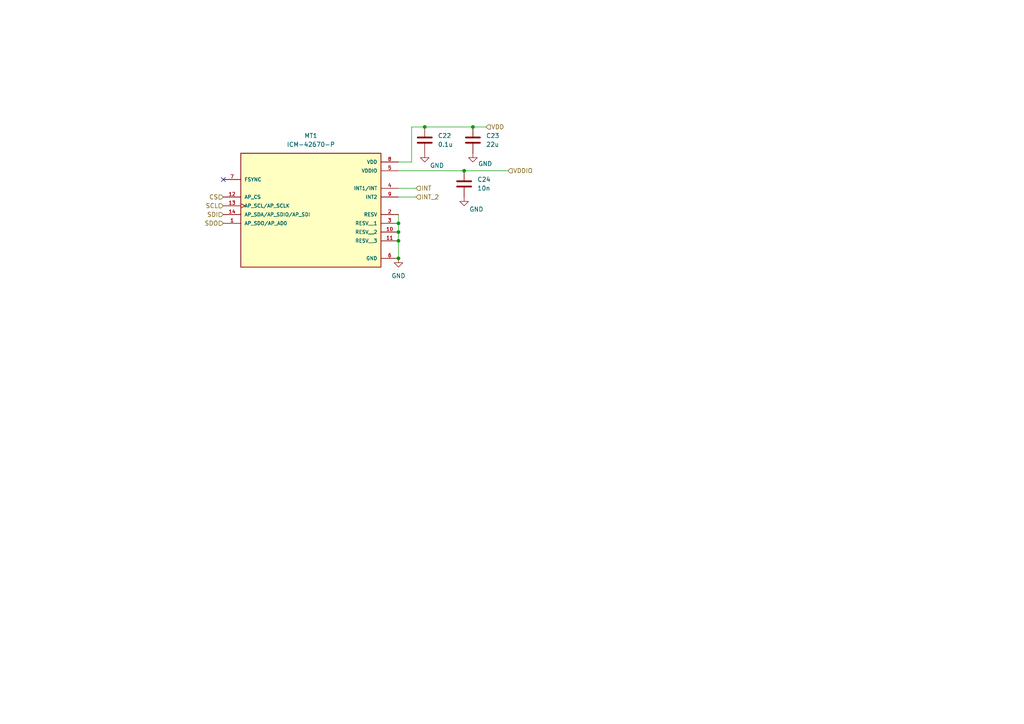
<source format=kicad_sch>
(kicad_sch (version 20231120) (generator "eeschema") (generator_version "8.0")
  (paper "A4")
  (lib_symbols
    (symbol "Device:C" (pin_numbers hide) (pin_names (offset 0.254))
      (property "Reference" "C" (at 0.635 2.54 0))
      (property "Value" "C" (at 0.635 -2.54 0))
      (symbol "C_0_1"
        (polyline (pts (xy -2.032 -0.762) (xy 2.032 -0.762)) (stroke (width 0.508)))
        (polyline (pts (xy -2.032 0.762) (xy 2.032 0.762)) (stroke (width 0.508)))
      )
      (symbol "C_1_1"
        (pin passive line (at 0 3.81 270) (length 2.794) (name "~") (number "1"))
        (pin passive line (at 0 -3.81 90) (length 2.794) (name "~") (number "2"))
      )
    )
    (symbol "Digikey:ICM-42670-P" (pin_names (offset 1.016))
      (property "Reference" "MT" (at -20.32 13.97 0))
      (property "Value" "ICM-42670-P" (at -20.32 -22.86 0))
      (symbol "ICM-42670-P_0_0"
        (rectangle (start -20.32 -20.32) (end 20.32 12.7) (stroke (width 0.254)) (fill (type background)))
        (pin bidirectional line (at -25.4 -7.62 0) (length 5.08) (name "AP_SDO/AP_AD0") (number "1"))
        (pin passive line (at 25.4 -10.16 180) (length 5.08) (name "RESV__2") (number "10"))
        (pin passive line (at 25.4 -12.7 180) (length 5.08) (name "RESV__3") (number "11"))
        (pin input line (at -25.4 0 0) (length 5.08) (name "AP_CS") (number "12"))
        (pin input clock (at -25.4 -2.54 0) (length 5.08) (name "AP_SCL/AP_SCLK") (number "13"))
        (pin bidirectional line (at -25.4 -5.08 0) (length 5.08) (name "AP_SDA/AP_SDIO/AP_SDI") (number "14"))
        (pin passive line (at 25.4 -5.08 180) (length 5.08) (name "RESV") (number "2"))
        (pin passive line (at 25.4 -7.62 180) (length 5.08) (name "RESV__1") (number "3"))
        (pin output line (at 25.4 2.54 180) (length 5.08) (name "INT1/INT") (number "4"))
        (pin power_in line (at 25.4 7.62 180) (length 5.08) (name "VDDIO") (number "5"))
        (pin power_in line (at 25.4 -17.78 180) (length 5.08) (name "GND") (number "6"))
        (pin input line (at -25.4 5.08 0) (length 5.08) (name "FSYNC") (number "7"))
        (pin power_in line (at 25.4 10.16 180) (length 5.08) (name "VDD") (number "8"))
        (pin output line (at 25.4 0 180) (length 5.08) (name "INT2") (number "9"))
      )
    )
    (symbol "power:GND" (power) (pin_numbers hide) (pin_names (offset 0) hide)
      (property "Value" "GND" (at 0 -3.81 0))
      (symbol "GND_0_1"
        (polyline (pts (xy 0 0) (xy 0 -1.27) (xy 1.27 -1.27) (xy 0 -2.54) (xy -1.27 -1.27) (xy 0 -1.27)))
      )
      (symbol "GND_1_1"
        (pin power_in line (at 0 0 270) (length 0) (name "~") (number "1"))
      )
    )
  )
  (junction (at 123.19 36.83))
  (junction (at 115.57 74.93))
  (junction (at 115.57 64.77))
  (junction (at 137.16 36.83))
  (junction (at 115.57 69.85))
  (junction (at 115.57 67.31))
  (junction (at 134.62 49.53))
  (no_connect (at 64.77 52.07))
  (wire (pts (xy 115.57 62.23) (xy 115.57 64.77)))
  (wire (pts (xy 137.16 36.83) (xy 140.97 36.83)))
  (wire (pts (xy 123.19 36.83) (xy 137.16 36.83)))
  (wire (pts (xy 119.38 46.99) (xy 115.57 46.99)))
  (wire (pts (xy 119.38 36.83) (xy 123.19 36.83)))
  (wire (pts (xy 119.38 36.83) (xy 119.38 46.99)))
  (wire (pts (xy 115.57 64.77) (xy 115.57 67.31)))
  (wire (pts (xy 115.57 54.61) (xy 120.65 54.61)))
  (wire (pts (xy 115.57 49.53) (xy 134.62 49.53)))
  (wire (pts (xy 115.57 69.85) (xy 115.57 74.93)))
  (wire (pts (xy 115.57 57.15) (xy 120.65 57.15)))
  (wire (pts (xy 134.62 49.53) (xy 147.32 49.53)))
  (wire (pts (xy 115.57 67.31) (xy 115.57 69.85)))
  (hierarchical_label "VDD" (shape input) (at 140.97 36.83 0))
  (hierarchical_label "SDI" (shape input) (at 64.77 62.23 180))
  (hierarchical_label "CS" (shape input) (at 64.77 57.15 180))
  (hierarchical_label "INT" (shape input) (at 120.65 54.61 0))
  (hierarchical_label "VDDIO" (shape input) (at 147.32 49.53 0))
  (hierarchical_label "SDO" (shape input) (at 64.77 64.77 180))
  (hierarchical_label "SCL" (shape input) (at 64.77 59.69 180))
  (hierarchical_label "INT_2" (shape input) (at 120.65 57.15 0))
  (symbol (lib_id "Device:C") (at 134.62 53.34 0) (unit 1)
    (property "Reference" "C24" (at 138.43 52.0699 0) (effects (justify left)))
    (property "Value" "10n" (at 138.43 54.6099 0) (effects (justify left)))
    (property "Footprint" "Capacitor_SMD:C_0402_1005Metric" (effects (hide yes)))
    (property "Description" "Unpolarized capacitor" (effects (hide yes)))
  )
  (symbol (lib_id "Device:C") (at 137.16 40.64 0) (unit 1)
    (property "Reference" "C23" (at 140.97 39.3699 0) (effects (justify left)))
    (property "Value" "22u" (at 140.97 41.9099 0) (effects (justify left)))
    (property "Footprint" "Capacitor_SMD:C_0402_1005Metric" (effects (hide yes)))
    (property "Description" "Unpolarized capacitor" (effects (hide yes)))
  )
  (symbol (lib_id "Digikey:ICM-42670-P") (at 90.17 57.15 0) (unit 1)
    (property "Reference" "MT1" (at 90.17 39.37 0))
    (property "Value" "ICM-42670-P" (at 90.17 41.91 0))
    (property "Footprint" "Digikey:ICM-42670-P" (effects (hide yes)))
    (property "PARTREV" "1.1" (effects (hide yes)))
    (property "STANDARD" "Manufacturer Recommendations" (effects (hide yes)))
    (property "MAXIMUM_PACKAGE_HEIGHT" "0.81 mm" (effects (hide yes)))
    (property "MANUFACTURER" "TDK InvenSense" (effects (hide yes)))
  )
  (symbol (lib_id "power:GND") (at 137.16 44.45 0) (unit 1)
    (property "Reference" "#PWR038" (effects (hide yes)))
    (property "Value" "GND" (at 140.716 47.498 0))
    (property "Description" "Power symbol creates a global label with name \"GND\" , ground" (effects (hide yes)))
  )
  (symbol (lib_id "Device:C") (at 123.19 40.64 0) (unit 1)
    (property "Reference" "C22" (at 127 39.3699 0) (effects (justify left)))
    (property "Value" "0.1u" (at 127 41.9099 0) (effects (justify left)))
    (property "Footprint" "Capacitor_SMD:C_0402_1005Metric" (effects (hide yes)))
    (property "Description" "Unpolarized capacitor" (effects (hide yes)))
  )
  (symbol (lib_id "power:GND") (at 115.57 74.93 0) (unit 1)
    (property "Reference" "#PWR036" (effects (hide yes)))
    (property "Value" "GND" (at 115.57 80.01 0))
    (property "Description" "Power symbol creates a global label with name \"GND\" , ground" (effects (hide yes)))
  )
  (symbol (lib_id "power:GND") (at 123.19 44.45 0) (unit 1)
    (property "Reference" "#PWR039" (effects (hide yes)))
    (property "Value" "GND" (at 126.746 48.006 0))
    (property "Description" "Power symbol creates a global label with name \"GND\" , ground" (effects (hide yes)))
  )
  (symbol (lib_id "power:GND") (at 134.62 57.15 0) (unit 1)
    (property "Reference" "#PWR040" (effects (hide yes)))
    (property "Value" "GND" (at 138.176 60.706 0))
    (property "Description" "Power symbol creates a global label with name \"GND\" , ground" (effects (hide yes)))
  )
)
</source>
